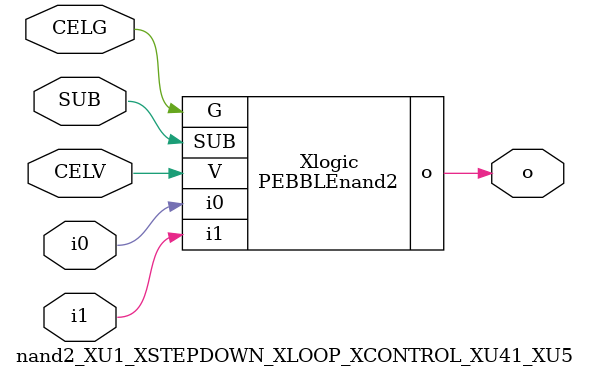
<source format=v>



module PEBBLEnand2 ( o, G, SUB, V, i0, i1 );

  input i0;
  input V;
  input i1;
  input G;
  output o;
  input SUB;
endmodule

//Celera Confidential Do Not Copy nand2_XU1_XSTEPDOWN_XLOOP_XCONTROL_XU41_XU5
//Celera Confidential Symbol Generator
//5V NAND2
module nand2_XU1_XSTEPDOWN_XLOOP_XCONTROL_XU41_XU5 (CELV,CELG,i0,i1,o,SUB);
input CELV;
input CELG;
input i0;
input i1;
input SUB;
output o;

//Celera Confidential Do Not Copy nand2
PEBBLEnand2 Xlogic(
.V (CELV),
.i0 (i0),
.i1 (i1),
.o (o),
.SUB (SUB),
.G (CELG)
);
//,diesize,PEBBLEnand2

//Celera Confidential Do Not Copy Module End
//Celera Schematic Generator
endmodule

</source>
